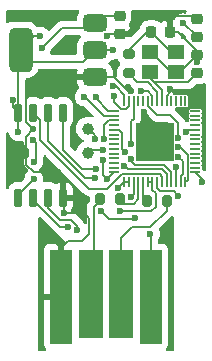
<source format=gbr>
%TF.GenerationSoftware,KiCad,Pcbnew,8.0.2-1*%
%TF.CreationDate,2024-05-28T17:37:14-06:00*%
%TF.ProjectId,magicreceiver,6d616769-6372-4656-9365-697665722e6b,rev?*%
%TF.SameCoordinates,Original*%
%TF.FileFunction,Copper,L1,Top*%
%TF.FilePolarity,Positive*%
%FSLAX46Y46*%
G04 Gerber Fmt 4.6, Leading zero omitted, Abs format (unit mm)*
G04 Created by KiCad (PCBNEW 8.0.2-1) date 2024-05-28 17:37:14*
%MOMM*%
%LPD*%
G01*
G04 APERTURE LIST*
G04 Aperture macros list*
%AMRoundRect*
0 Rectangle with rounded corners*
0 $1 Rounding radius*
0 $2 $3 $4 $5 $6 $7 $8 $9 X,Y pos of 4 corners*
0 Add a 4 corners polygon primitive as box body*
4,1,4,$2,$3,$4,$5,$6,$7,$8,$9,$2,$3,0*
0 Add four circle primitives for the rounded corners*
1,1,$1+$1,$2,$3*
1,1,$1+$1,$4,$5*
1,1,$1+$1,$6,$7*
1,1,$1+$1,$8,$9*
0 Add four rect primitives between the rounded corners*
20,1,$1+$1,$2,$3,$4,$5,0*
20,1,$1+$1,$4,$5,$6,$7,0*
20,1,$1+$1,$6,$7,$8,$9,0*
20,1,$1+$1,$8,$9,$2,$3,0*%
G04 Aperture macros list end*
%TA.AperFunction,SMDPad,CuDef*%
%ADD10RoundRect,0.200000X-0.275000X0.200000X-0.275000X-0.200000X0.275000X-0.200000X0.275000X0.200000X0*%
%TD*%
%TA.AperFunction,SMDPad,CuDef*%
%ADD11RoundRect,0.225000X-0.250000X0.225000X-0.250000X-0.225000X0.250000X-0.225000X0.250000X0.225000X0*%
%TD*%
%TA.AperFunction,SMDPad,CuDef*%
%ADD12RoundRect,0.150000X0.150000X-0.650000X0.150000X0.650000X-0.150000X0.650000X-0.150000X-0.650000X0*%
%TD*%
%TA.AperFunction,SMDPad,CuDef*%
%ADD13RoundRect,0.225000X0.250000X-0.225000X0.250000X0.225000X-0.250000X0.225000X-0.250000X-0.225000X0*%
%TD*%
%TA.AperFunction,SMDPad,CuDef*%
%ADD14RoundRect,0.225000X0.225000X0.250000X-0.225000X0.250000X-0.225000X-0.250000X0.225000X-0.250000X0*%
%TD*%
%TA.AperFunction,SMDPad,CuDef*%
%ADD15C,1.000000*%
%TD*%
%TA.AperFunction,SMDPad,CuDef*%
%ADD16RoundRect,0.050000X0.387500X0.050000X-0.387500X0.050000X-0.387500X-0.050000X0.387500X-0.050000X0*%
%TD*%
%TA.AperFunction,SMDPad,CuDef*%
%ADD17RoundRect,0.050000X0.050000X0.387500X-0.050000X0.387500X-0.050000X-0.387500X0.050000X-0.387500X0*%
%TD*%
%TA.AperFunction,HeatsinkPad*%
%ADD18R,3.200000X3.200000*%
%TD*%
%TA.AperFunction,SMDPad,CuDef*%
%ADD19RoundRect,0.375000X0.625000X0.375000X-0.625000X0.375000X-0.625000X-0.375000X0.625000X-0.375000X0*%
%TD*%
%TA.AperFunction,SMDPad,CuDef*%
%ADD20RoundRect,0.500000X0.500000X1.400000X-0.500000X1.400000X-0.500000X-1.400000X0.500000X-1.400000X0*%
%TD*%
%TA.AperFunction,SMDPad,CuDef*%
%ADD21RoundRect,0.200000X-0.200000X-0.275000X0.200000X-0.275000X0.200000X0.275000X-0.200000X0.275000X0*%
%TD*%
%TA.AperFunction,SMDPad,CuDef*%
%ADD22R,1.400000X1.200000*%
%TD*%
%TA.AperFunction,ConnectorPad*%
%ADD23R,1.900000X8.000000*%
%TD*%
%TA.AperFunction,ConnectorPad*%
%ADD24R,2.000000X7.500000*%
%TD*%
%TA.AperFunction,ViaPad*%
%ADD25C,0.600000*%
%TD*%
%TA.AperFunction,Conductor*%
%ADD26C,0.200000*%
%TD*%
G04 APERTURE END LIST*
D10*
%TO.P,R3,1*%
%TO.N,Net-(C2-Pad2)*%
X125524200Y-146940000D03*
%TO.P,R3,2*%
%TO.N,/XOUT*%
X125524200Y-148590000D03*
%TD*%
D11*
%TO.P,C17,1*%
%TO.N,VBUS*%
X124764800Y-143700200D03*
%TO.P,C17,2*%
%TO.N,GND*%
X124764800Y-145250200D03*
%TD*%
D12*
%TO.P,U2,1,~{CS}*%
%TO.N,/QSPI_SS*%
X116179600Y-159105600D03*
%TO.P,U2,2,DO(IO1)*%
%TO.N,/QSPI_SD1*%
X117449600Y-159105600D03*
%TO.P,U2,3,IO2*%
%TO.N,/QSPI_SD2*%
X118719600Y-159105600D03*
%TO.P,U2,4,GND*%
%TO.N,GND*%
X119989600Y-159105600D03*
%TO.P,U2,5,DI(IO0)*%
%TO.N,/QSPI_SD0*%
X119989600Y-151905600D03*
%TO.P,U2,6,CLK*%
%TO.N,/QSPI_SCLK*%
X118719600Y-151905600D03*
%TO.P,U2,7,IO3*%
%TO.N,/QSPI_SD3*%
X117449600Y-151905600D03*
%TO.P,U2,8,VCC*%
%TO.N,+3V3*%
X116179600Y-151905600D03*
%TD*%
D13*
%TO.P,C16,1*%
%TO.N,+3V3*%
X131318000Y-145504200D03*
%TO.P,C16,2*%
%TO.N,GND*%
X131318000Y-143954200D03*
%TD*%
D14*
%TO.P,C2,1*%
%TO.N,GND*%
X129004600Y-145084800D03*
%TO.P,C2,2*%
%TO.N,Net-(C2-Pad2)*%
X127454600Y-145084800D03*
%TD*%
D15*
%TO.P,TP4,1,1*%
%TO.N,/~{USB_BOOT}*%
X122072400Y-153263600D03*
%TD*%
D16*
%TO.P,U1,1,IOVDD*%
%TO.N,+3V3*%
X131176000Y-156972000D03*
%TO.P,U1,2,GPIO0*%
%TO.N,unconnected-(U1-GPIO0-Pad2)*%
X131176000Y-156572000D03*
%TO.P,U1,3,GPIO1*%
%TO.N,unconnected-(U1-GPIO1-Pad3)*%
X131176000Y-156172000D03*
%TO.P,U1,4,GPIO2*%
%TO.N,unconnected-(U1-GPIO2-Pad4)*%
X131176000Y-155772000D03*
%TO.P,U1,5,GPIO3*%
%TO.N,unconnected-(U1-GPIO3-Pad5)*%
X131176000Y-155372000D03*
%TO.P,U1,6,GPIO4*%
%TO.N,/I2C_SDA*%
X131176000Y-154972000D03*
%TO.P,U1,7,GPIO5*%
%TO.N,/I2C_SCL*%
X131176000Y-154572000D03*
%TO.P,U1,8,GPIO6*%
%TO.N,unconnected-(U1-GPIO6-Pad8)*%
X131176000Y-154172000D03*
%TO.P,U1,9,GPIO7*%
%TO.N,unconnected-(U1-GPIO7-Pad9)*%
X131176000Y-153772000D03*
%TO.P,U1,10,IOVDD*%
%TO.N,+3V3*%
X131176000Y-153372000D03*
%TO.P,U1,11,GPIO8*%
%TO.N,unconnected-(U1-GPIO8-Pad11)*%
X131176000Y-152972000D03*
%TO.P,U1,12,GPIO9*%
%TO.N,unconnected-(U1-GPIO9-Pad12)*%
X131176000Y-152572000D03*
%TO.P,U1,13,GPIO10*%
%TO.N,unconnected-(U1-GPIO10-Pad13)*%
X131176000Y-152172000D03*
%TO.P,U1,14,GPIO11*%
%TO.N,unconnected-(U1-GPIO11-Pad14)*%
X131176000Y-151772000D03*
D17*
%TO.P,U1,15,GPIO12*%
%TO.N,unconnected-(U1-GPIO12-Pad15)*%
X130338500Y-150934500D03*
%TO.P,U1,16,GPIO13*%
%TO.N,unconnected-(U1-GPIO13-Pad16)*%
X129938500Y-150934500D03*
%TO.P,U1,17,GPIO14*%
%TO.N,unconnected-(U1-GPIO14-Pad17)*%
X129538500Y-150934500D03*
%TO.P,U1,18,GPIO15*%
%TO.N,unconnected-(U1-GPIO15-Pad18)*%
X129138500Y-150934500D03*
%TO.P,U1,19,TESTEN*%
%TO.N,GND*%
X128738500Y-150934500D03*
%TO.P,U1,20,XIN*%
%TO.N,/XIN*%
X128338500Y-150934500D03*
%TO.P,U1,21,XOUT*%
%TO.N,/XOUT*%
X127938500Y-150934500D03*
%TO.P,U1,22,IOVDD*%
%TO.N,+3V3*%
X127538500Y-150934500D03*
%TO.P,U1,23,DVDD*%
%TO.N,+1V1*%
X127138500Y-150934500D03*
%TO.P,U1,24,SWCLK*%
%TO.N,/SWCLK*%
X126738500Y-150934500D03*
%TO.P,U1,25,SWD*%
%TO.N,/SWD*%
X126338500Y-150934500D03*
%TO.P,U1,26,RUN*%
%TO.N,/RUN*%
X125938500Y-150934500D03*
%TO.P,U1,27,GPIO16*%
%TO.N,/RF_MISO*%
X125538500Y-150934500D03*
%TO.P,U1,28,GPIO17*%
%TO.N,/RF_CE*%
X125138500Y-150934500D03*
D16*
%TO.P,U1,29,GPIO18*%
%TO.N,/RF_SCK*%
X124301000Y-151772000D03*
%TO.P,U1,30,GPIO19*%
%TO.N,/RF_MOSI*%
X124301000Y-152172000D03*
%TO.P,U1,31,GPIO20*%
%TO.N,/RF_CSN*%
X124301000Y-152572000D03*
%TO.P,U1,32,GPIO21*%
%TO.N,unconnected-(U1-GPIO21-Pad32)*%
X124301000Y-152972000D03*
%TO.P,U1,33,IOVDD*%
%TO.N,+3V3*%
X124301000Y-153372000D03*
%TO.P,U1,34,GPIO22*%
%TO.N,unconnected-(U1-GPIO22-Pad34)*%
X124301000Y-153772000D03*
%TO.P,U1,35,GPIO23*%
%TO.N,unconnected-(U1-GPIO23-Pad35)*%
X124301000Y-154172000D03*
%TO.P,U1,36,GPIO24*%
%TO.N,unconnected-(U1-GPIO24-Pad36)*%
X124301000Y-154572000D03*
%TO.P,U1,37,GPIO25*%
%TO.N,unconnected-(U1-GPIO25-Pad37)*%
X124301000Y-154972000D03*
%TO.P,U1,38,GPIO26_ADC0*%
%TO.N,unconnected-(U1-GPIO26_ADC0-Pad38)*%
X124301000Y-155372000D03*
%TO.P,U1,39,GPIO27_ADC1*%
%TO.N,unconnected-(U1-GPIO27_ADC1-Pad39)*%
X124301000Y-155772000D03*
%TO.P,U1,40,GPIO28_ADC2*%
%TO.N,unconnected-(U1-GPIO28_ADC2-Pad40)*%
X124301000Y-156172000D03*
%TO.P,U1,41,GPIO29_ADC3*%
%TO.N,unconnected-(U1-GPIO29_ADC3-Pad41)*%
X124301000Y-156572000D03*
%TO.P,U1,42,IOVDD*%
%TO.N,+3V3*%
X124301000Y-156972000D03*
D17*
%TO.P,U1,43,ADC_AVDD*%
X125138500Y-157809500D03*
%TO.P,U1,44,VREG_IN*%
X125538500Y-157809500D03*
%TO.P,U1,45,VREG_VOUT*%
%TO.N,+1V1*%
X125938500Y-157809500D03*
%TO.P,U1,46,USB_DM*%
%TO.N,Net-(U1-USB_DM)*%
X126338500Y-157809500D03*
%TO.P,U1,47,USB_DP*%
%TO.N,Net-(U1-USB_DP)*%
X126738500Y-157809500D03*
%TO.P,U1,48,USB_VDD*%
%TO.N,+3V3*%
X127138500Y-157809500D03*
%TO.P,U1,49,IOVDD*%
X127538500Y-157809500D03*
%TO.P,U1,50,DVDD*%
%TO.N,+1V1*%
X127938500Y-157809500D03*
%TO.P,U1,51,QSPI_SD3*%
%TO.N,/QSPI_SD3*%
X128338500Y-157809500D03*
%TO.P,U1,52,QSPI_SCLK*%
%TO.N,/QSPI_SCLK*%
X128738500Y-157809500D03*
%TO.P,U1,53,QSPI_SD0*%
%TO.N,/QSPI_SD0*%
X129138500Y-157809500D03*
%TO.P,U1,54,QSPI_SD2*%
%TO.N,/QSPI_SD2*%
X129538500Y-157809500D03*
%TO.P,U1,55,QSPI_SD1*%
%TO.N,/QSPI_SD1*%
X129938500Y-157809500D03*
%TO.P,U1,56,QSPI_SS*%
%TO.N,/QSPI_SS*%
X130338500Y-157809500D03*
D18*
%TO.P,U1,57,GND*%
%TO.N,GND*%
X127738500Y-154372000D03*
%TD*%
D15*
%TO.P,TP3,1,1*%
%TO.N,/RUN*%
X122072400Y-155346400D03*
%TD*%
D19*
%TO.P,U3,1,GND*%
%TO.N,GND*%
X122682400Y-148896700D03*
%TO.P,U3,2,VO*%
%TO.N,+3V3*%
X122682400Y-146596700D03*
D20*
X116382400Y-146596700D03*
D19*
%TO.P,U3,3,VI*%
%TO.N,VBUS*%
X122682400Y-144296700D03*
%TD*%
D21*
%TO.P,R1,1*%
%TO.N,Net-(U1-USB_DP)*%
X127101600Y-159359600D03*
%TO.P,R1,2*%
%TO.N,/USB_D+*%
X128751600Y-159359600D03*
%TD*%
%TO.P,R2,1*%
%TO.N,/USB_D-*%
X123140200Y-159258000D03*
%TO.P,R2,2*%
%TO.N,Net-(U1-USB_DM)*%
X124790200Y-159258000D03*
%TD*%
D22*
%TO.P,Y1,1,1*%
%TO.N,Net-(C2-Pad2)*%
X129527600Y-146735800D03*
%TO.P,Y1,2,2*%
%TO.N,GND*%
X127327600Y-146735800D03*
%TO.P,Y1,3,3*%
%TO.N,/XIN*%
X127327600Y-148435800D03*
%TO.P,Y1,4,4*%
%TO.N,GND*%
X129527600Y-148435800D03*
%TD*%
D11*
%TO.P,C1,1*%
%TO.N,GND*%
X131315400Y-147002200D03*
%TO.P,C1,2*%
%TO.N,/XIN*%
X131315400Y-148552200D03*
%TD*%
D23*
%TO.P,J3,1,VBUS*%
%TO.N,VBUS*%
X127421400Y-167513000D03*
D24*
%TO.P,J3,2,D-*%
%TO.N,/USB_D+*%
X124911400Y-167263000D03*
%TO.P,J3,3,D+*%
%TO.N,/USB_D-*%
X122311400Y-167263000D03*
D23*
%TO.P,J3,4,GND*%
%TO.N,GND*%
X119801400Y-167513000D03*
%TD*%
D25*
%TO.N,GND*%
X128727200Y-161899600D03*
X120015000Y-160379000D03*
X118414800Y-144322800D03*
X117713200Y-149504400D03*
X117459200Y-153314400D03*
X116869262Y-155472973D03*
X119505565Y-156952272D03*
X123714388Y-145446699D03*
X118821200Y-162407600D03*
X126786400Y-151892000D03*
X129032000Y-149935800D03*
X125695015Y-150109478D03*
X119735600Y-148640800D03*
X120243600Y-146151600D03*
X131290509Y-147602200D03*
%TO.N,+1V1*%
X129738502Y-154038397D03*
X129730200Y-158953200D03*
X125690200Y-159051800D03*
%TO.N,+3V3*%
X126532678Y-150119825D03*
X116197465Y-153535465D03*
X123393367Y-155914800D03*
X130167465Y-144313200D03*
X118059200Y-145440400D03*
X115711600Y-150876000D03*
X131761200Y-157784800D03*
X124764800Y-160233000D03*
X124664427Y-158283000D03*
X130357838Y-153532010D03*
X123692055Y-157524855D03*
X124206000Y-146608800D03*
X125222000Y-155210000D03*
%TO.N,VBUS*%
X127355600Y-162194800D03*
X118160800Y-146466000D03*
%TO.N,/RUN*%
X123367551Y-155092087D03*
X125738501Y-154599073D03*
%TO.N,/~{USB_BOOT}*%
X122643997Y-154143602D03*
X117432035Y-154246365D03*
X117472244Y-156075956D03*
%TO.N,/RF_CE*%
X124199992Y-149692283D03*
%TO.N,/RF_SCK*%
X122722127Y-150616000D03*
%TO.N,/RF_MOSI*%
X121764290Y-150570044D03*
%TO.N,/RF_CSN*%
X123444000Y-154143602D03*
%TO.N,/RF_MISO*%
X124316772Y-150483716D03*
%TO.N,/QSPI_SS*%
X126080129Y-160868529D03*
X129738502Y-154838400D03*
X117500400Y-157530800D03*
X123180400Y-160233000D03*
%TO.N,/QSPI_SD1*%
X129738502Y-155638403D03*
X120390527Y-161579000D03*
%TO.N,/QSPI_SD2*%
X129518677Y-156503577D03*
X121157173Y-161807600D03*
%TO.N,/QSPI_SCLK*%
X125171200Y-156410000D03*
X122641000Y-157452318D03*
%TO.N,/QSPI_SD0*%
X125738498Y-155845933D03*
X122732800Y-156657600D03*
%TD*%
D26*
%TO.N,GND*%
X117478559Y-156930800D02*
X116869262Y-156321503D01*
X116849600Y-150764800D02*
X116849600Y-152746152D01*
X124764800Y-145250200D02*
X125310600Y-145250200D01*
X131290509Y-147602200D02*
X131290509Y-147027091D01*
X119801400Y-163408600D02*
X120396000Y-162814000D01*
X129127600Y-148435800D02*
X129527600Y-148435800D01*
X128320800Y-143713200D02*
X131077000Y-143713200D01*
X129004600Y-144397000D02*
X128320800Y-143713200D01*
X121644000Y-160379000D02*
X120015000Y-160379000D01*
X124258700Y-148896700D02*
X122682400Y-148896700D01*
X119801400Y-167513000D02*
X119801400Y-163387800D01*
X122139000Y-160874000D02*
X121644000Y-160379000D01*
X129527600Y-148435800D02*
X129881800Y-148435800D01*
X116849600Y-152746152D02*
X117417848Y-153314400D01*
X119991500Y-148896700D02*
X119735600Y-148640800D01*
X127738500Y-152844100D02*
X126786400Y-151892000D01*
X120015000Y-159131000D02*
X119989600Y-159105600D01*
X125471478Y-150109478D02*
X124258700Y-148896700D01*
X126847600Y-143713200D02*
X128320800Y-143713200D01*
X119801400Y-167513000D02*
X119801400Y-163408600D01*
X120015000Y-160379000D02*
X120015000Y-159131000D01*
X131315400Y-146725296D02*
X131315400Y-147002200D01*
X129032000Y-149935800D02*
X129032000Y-150203500D01*
X129004600Y-145084800D02*
X129004600Y-144397000D01*
X122139000Y-162214000D02*
X122139000Y-160874000D01*
X129032000Y-150203500D02*
X128738500Y-150497000D01*
X119989600Y-159105600D02*
X119989600Y-157454600D01*
X124764800Y-145250200D02*
X123910887Y-145250200D01*
X121539000Y-162814000D02*
X122139000Y-162214000D01*
X125310600Y-145250200D02*
X126847600Y-143713200D01*
X120396000Y-162814000D02*
X121539000Y-162814000D01*
X116869262Y-155472973D02*
X116832035Y-155435746D01*
X129881800Y-148435800D02*
X131315400Y-147002200D01*
X122682400Y-148896700D02*
X119991500Y-148896700D01*
X127327600Y-146735800D02*
X127427600Y-146735800D01*
X131077000Y-143713200D02*
X131318000Y-143954200D01*
X128738500Y-150497000D02*
X128738500Y-150934500D01*
X117713200Y-149504400D02*
X117713200Y-149901200D01*
X119989600Y-157454600D02*
X119465800Y-156930800D01*
X116832035Y-153941565D02*
X117459200Y-153314400D01*
X131290509Y-147027091D02*
X131315400Y-147002200D01*
X129674904Y-145084800D02*
X131315400Y-146725296D01*
X127738500Y-154372000D02*
X127738500Y-152844100D01*
X123910887Y-145250200D02*
X123714388Y-145446699D01*
X117713200Y-149901200D02*
X116849600Y-150764800D01*
X116832035Y-155435746D02*
X116832035Y-153941565D01*
X117417848Y-153314400D02*
X117459200Y-153314400D01*
X129004600Y-145084800D02*
X129674904Y-145084800D01*
X116869262Y-156321503D02*
X116869262Y-155472973D01*
X127427600Y-146735800D02*
X129127600Y-148435800D01*
X125695015Y-150109478D02*
X125471478Y-150109478D01*
X119465800Y-156930800D02*
X117478559Y-156930800D01*
X119801400Y-163387800D02*
X118821200Y-162407600D01*
%TO.N,/XIN*%
X127327600Y-148961514D02*
X127327600Y-148435800D01*
X128338500Y-149972414D02*
X127327600Y-148961514D01*
X128338500Y-150934500D02*
X128338500Y-149972414D01*
X131315400Y-148552200D02*
X130531800Y-149335800D01*
X127701886Y-149335800D02*
X127327600Y-148961514D01*
X130531800Y-149335800D02*
X127701886Y-149335800D01*
%TO.N,Net-(C2-Pad2)*%
X129105600Y-146735800D02*
X129527600Y-146735800D01*
X127050800Y-145084800D02*
X127454600Y-145084800D01*
X125524200Y-146940000D02*
X125524200Y-146611400D01*
X125524200Y-146611400D02*
X127050800Y-145084800D01*
X127454600Y-145084800D02*
X129105600Y-146735800D01*
%TO.N,+1V1*%
X129038400Y-152101600D02*
X127920800Y-152101600D01*
X127938500Y-158316900D02*
X128168400Y-158546800D01*
X129323800Y-158546800D02*
X129730200Y-158953200D01*
X129738502Y-152801702D02*
X129038400Y-152101600D01*
X127938500Y-157809500D02*
X127938500Y-158316900D01*
X127920800Y-152101600D02*
X127391200Y-151572000D01*
X127138500Y-151326940D02*
X127138500Y-150934500D01*
X125690200Y-159051800D02*
X125938500Y-158803500D01*
X129738502Y-154038397D02*
X129738502Y-152801702D01*
X125938500Y-158803500D02*
X125938500Y-157809500D01*
X127383560Y-151572000D02*
X127138500Y-151326940D01*
X127391200Y-151572000D02*
X127383560Y-151572000D01*
X128168400Y-158546800D02*
X129323800Y-158546800D01*
%TO.N,+3V3*%
X117382400Y-147596700D02*
X121682400Y-147596700D01*
X124693440Y-153372000D02*
X124301000Y-153372000D01*
X127406400Y-157809500D02*
X127538500Y-157809500D01*
X124664427Y-158283000D02*
X124665000Y-158283000D01*
X127812800Y-158756886D02*
X127538500Y-158482586D01*
X115711600Y-151437600D02*
X116179600Y-151905600D01*
X127138500Y-157809500D02*
X127406400Y-157809500D01*
X122694500Y-146608800D02*
X122682400Y-146596700D01*
X127538500Y-158482586D02*
X127538500Y-157809500D01*
X130357838Y-153532010D02*
X130517848Y-153372000D01*
X116179600Y-151905600D02*
X116179600Y-147268800D01*
X127538500Y-150934500D02*
X127538500Y-150497000D01*
X127812800Y-159867600D02*
X127812800Y-158756886D01*
X127161325Y-150119825D02*
X126532678Y-150119825D01*
X125222000Y-155210000D02*
X124968000Y-154956000D01*
X124206000Y-146608800D02*
X122694500Y-146608800D01*
X131318000Y-145504200D02*
X131318000Y-145463735D01*
X131761200Y-157784800D02*
X131761200Y-157557200D01*
X124665000Y-158283000D02*
X125138500Y-157809500D01*
X116197465Y-153535465D02*
X116179600Y-153517600D01*
X123692055Y-157524855D02*
X124244910Y-156972000D01*
X125538500Y-157809500D02*
X125138500Y-157809500D01*
X116179600Y-153517600D02*
X116179600Y-151905600D01*
X121682400Y-147596700D02*
X122682400Y-146596700D01*
X116382400Y-146596700D02*
X117538700Y-145440400D01*
X131318000Y-145463735D02*
X130167465Y-144313200D01*
X123393367Y-155914800D02*
X123393367Y-157226167D01*
X131761200Y-157557200D02*
X131176000Y-156972000D01*
X124774600Y-160223200D02*
X127457200Y-160223200D01*
X115711600Y-150876000D02*
X115711600Y-151437600D01*
X127538500Y-150497000D02*
X127161325Y-150119825D01*
X124968000Y-153646560D02*
X124693440Y-153372000D01*
X122682400Y-147066000D02*
X122682400Y-146913200D01*
X124764800Y-160233000D02*
X124774600Y-160223200D01*
X124968000Y-154956000D02*
X124968000Y-153646560D01*
X116382400Y-146596700D02*
X117382400Y-147596700D01*
X117538700Y-145440400D02*
X118059200Y-145440400D01*
X130517848Y-153372000D02*
X131176000Y-153372000D01*
X127457200Y-160223200D02*
X127812800Y-159867600D01*
X124244910Y-156972000D02*
X124301000Y-156972000D01*
X116179600Y-147268800D02*
X116382400Y-147066000D01*
X123393367Y-157226167D02*
X123692055Y-157524855D01*
%TO.N,VBUS*%
X123278900Y-143700200D02*
X122682400Y-144296700D01*
X119860800Y-144766000D02*
X118160800Y-146466000D01*
X123100200Y-144348200D02*
X122682400Y-144766000D01*
X127421400Y-162260600D02*
X127421400Y-167513000D01*
X127355600Y-162194800D02*
X127421400Y-162260600D01*
X122682400Y-144766000D02*
X119860800Y-144766000D01*
X124764800Y-143700200D02*
X123278900Y-143700200D01*
%TO.N,/USB_D-*%
X123140200Y-159359600D02*
X122580400Y-159919400D01*
X122580400Y-166994000D02*
X122311400Y-167263000D01*
X122580400Y-159919400D02*
X122580400Y-166994000D01*
%TO.N,/RUN*%
X125738501Y-154599073D02*
X125730000Y-154590572D01*
X125730000Y-154590572D02*
X125730000Y-152654000D01*
X123367551Y-155092087D02*
X122326713Y-155092087D01*
X125938500Y-152445500D02*
X125938500Y-150934500D01*
X125730000Y-152654000D02*
X125938500Y-152445500D01*
X122072400Y-155346400D02*
X122174000Y-155346400D01*
X122326713Y-155092087D02*
X122072400Y-155346400D01*
%TO.N,/USB_D+*%
X124911400Y-162515000D02*
X124911400Y-167263000D01*
X125831600Y-161594800D02*
X124911400Y-162515000D01*
X128751600Y-159359600D02*
X128751600Y-160213871D01*
X128751600Y-160213871D02*
X127370671Y-161594800D01*
X127370671Y-161594800D02*
X125831600Y-161594800D01*
%TO.N,/~{USB_BOOT}*%
X117472244Y-156075956D02*
X117701535Y-155846665D01*
X117701535Y-154515865D02*
X117432035Y-154246365D01*
X122643997Y-154143602D02*
X122643997Y-153835197D01*
X117701535Y-155846665D02*
X117701535Y-154515865D01*
X122643997Y-153835197D02*
X122072400Y-153263600D01*
%TO.N,/RF_CE*%
X124419283Y-149692283D02*
X125138500Y-150411500D01*
X124199992Y-149692283D02*
X124419283Y-149692283D01*
X125138500Y-150411500D02*
X125138500Y-150934500D01*
%TO.N,/RF_SCK*%
X123791600Y-151772000D02*
X124301000Y-151772000D01*
X122722127Y-150702527D02*
X123791600Y-151772000D01*
X122722127Y-150616000D02*
X122722127Y-150702527D01*
%TO.N,/RF_MOSI*%
X123429600Y-152172000D02*
X124301000Y-152172000D01*
X121827644Y-150570044D02*
X123429600Y-152172000D01*
X121764290Y-150570044D02*
X121827644Y-150570044D01*
%TO.N,/RF_CSN*%
X123863500Y-152572000D02*
X124301000Y-152572000D01*
X123444000Y-154143602D02*
X123444000Y-152991500D01*
X123444000Y-152991500D02*
X123863500Y-152572000D01*
%TO.N,/RF_MISO*%
X125538500Y-151372300D02*
X125538500Y-150934500D01*
X125338800Y-151572000D02*
X125538500Y-151372300D01*
X124307600Y-150492888D02*
X124307600Y-150977600D01*
X124307600Y-150977600D02*
X124902000Y-151572000D01*
X124316772Y-150483716D02*
X124307600Y-150492888D01*
X124902000Y-151572000D02*
X125338800Y-151572000D01*
%TO.N,Net-(U1-USB_DP)*%
X127101600Y-159359600D02*
X126738500Y-158996500D01*
X126738500Y-158996500D02*
X126738500Y-157809500D01*
%TO.N,Net-(U1-USB_DM)*%
X126338500Y-157809500D02*
X126338500Y-159252029D01*
X125938729Y-159651800D02*
X125082400Y-159651800D01*
X125082400Y-159651800D02*
X124790200Y-159359600D01*
X126338500Y-159252029D02*
X125938729Y-159651800D01*
%TO.N,/XOUT*%
X127938500Y-150138100D02*
X127938500Y-150934500D01*
X127136200Y-149335800D02*
X127938500Y-150138100D01*
X126270000Y-149335800D02*
X127136200Y-149335800D01*
X125524200Y-148590000D02*
X126270000Y-149335800D01*
%TO.N,/QSPI_SS*%
X117500400Y-157530800D02*
X116179600Y-158851600D01*
X129873131Y-154838400D02*
X130530600Y-155495869D01*
X130530600Y-155495869D02*
X130530600Y-157617400D01*
X126065058Y-160883600D02*
X123831000Y-160883600D01*
X123831000Y-160883600D02*
X123180400Y-160233000D01*
X126080129Y-160868529D02*
X126065058Y-160883600D01*
X116179600Y-158851600D02*
X116179600Y-159105600D01*
X130530600Y-157617400D02*
X130338500Y-157809500D01*
X129738502Y-154838400D02*
X129873131Y-154838400D01*
%TO.N,/QSPI_SD1*%
X119752448Y-161579000D02*
X117449600Y-159276152D01*
X120390527Y-161579000D02*
X119752448Y-161579000D01*
X117449600Y-159276152D02*
X117449600Y-159105600D01*
X130130600Y-156030501D02*
X130130600Y-157092600D01*
X130130600Y-157092600D02*
X129938500Y-157284700D01*
X129738502Y-155638403D02*
X130130600Y-156030501D01*
X129938500Y-157284700D02*
X129938500Y-157809500D01*
%TO.N,/QSPI_SD2*%
X120639056Y-160979000D02*
X119718134Y-160979000D01*
X121157173Y-161497117D02*
X120639056Y-160979000D01*
X121157173Y-161807600D02*
X121157173Y-161497117D01*
X129518677Y-156503577D02*
X129538500Y-156523400D01*
X118719600Y-159980466D02*
X118719600Y-159105600D01*
X129538500Y-156523400D02*
X129538500Y-157809500D01*
X119718134Y-160979000D02*
X118719600Y-159980466D01*
%TO.N,/QSPI_SCLK*%
X121834632Y-157452318D02*
X118719600Y-154337286D01*
X122641000Y-157452318D02*
X121834632Y-157452318D01*
X118719600Y-154337286D02*
X118719600Y-151905600D01*
X128662742Y-157061857D02*
X128657772Y-157061857D01*
X128738500Y-157809500D02*
X128738500Y-157137615D01*
X128320315Y-156724400D02*
X125485600Y-156724400D01*
X128738500Y-157137615D02*
X128662742Y-157061857D01*
X125485600Y-156724400D02*
X125171200Y-156410000D01*
X128657772Y-157061857D02*
X128320315Y-156724400D01*
%TO.N,/QSPI_SD3*%
X128143000Y-157124400D02*
X124941040Y-157124400D01*
X123721840Y-158343600D02*
X122160228Y-158343600D01*
X128338500Y-157319900D02*
X128143000Y-157124400D01*
X118059200Y-152515200D02*
X117449600Y-151905600D01*
X128338500Y-157809500D02*
X128338500Y-157319900D01*
X124941040Y-157124400D02*
X123721840Y-158343600D01*
X118059200Y-154242572D02*
X118059200Y-152515200D01*
X122160228Y-158343600D02*
X118059200Y-154242572D01*
%TO.N,/QSPI_SD0*%
X129138500Y-156971929D02*
X128490971Y-156324400D01*
X125738498Y-155971998D02*
X126090900Y-156324400D01*
X121605600Y-156657600D02*
X119989600Y-155041600D01*
X122732800Y-156657600D02*
X121605600Y-156657600D01*
X125738498Y-155845933D02*
X125738498Y-155971998D01*
X119989600Y-155041600D02*
X119989600Y-151905600D01*
X126090900Y-156324400D02*
X128486001Y-156324400D01*
X129138500Y-157809500D02*
X129138500Y-156971929D01*
%TD*%
%TA.AperFunction,Conductor*%
%TO.N,GND*%
G36*
X118086803Y-160763036D02*
G01*
X118093281Y-160769068D01*
X119267587Y-161943374D01*
X119267608Y-161943397D01*
X119383727Y-162059516D01*
X119390176Y-162064464D01*
X119389701Y-162065083D01*
X119404238Y-162076238D01*
X120129319Y-162801319D01*
X120162804Y-162862642D01*
X120157820Y-162932334D01*
X120115948Y-162988267D01*
X120052448Y-163011951D01*
X120051400Y-163013000D01*
X120051400Y-167639000D01*
X120031715Y-167706039D01*
X119978911Y-167751794D01*
X119927400Y-167763000D01*
X118351400Y-167763000D01*
X118351400Y-171560844D01*
X118357801Y-171620372D01*
X118357803Y-171620379D01*
X118408045Y-171755086D01*
X118408049Y-171755093D01*
X118494209Y-171870187D01*
X118518984Y-171888734D01*
X118560854Y-171944668D01*
X118565838Y-172014360D01*
X118532352Y-172075682D01*
X118471028Y-172109167D01*
X118444672Y-172112000D01*
X118005600Y-172112000D01*
X117938561Y-172092315D01*
X117892806Y-172039511D01*
X117881600Y-171988000D01*
X117881600Y-163465155D01*
X118351400Y-163465155D01*
X118351400Y-167263000D01*
X119551400Y-167263000D01*
X119551400Y-163013000D01*
X118803555Y-163013000D01*
X118744027Y-163019401D01*
X118744020Y-163019403D01*
X118609313Y-163069645D01*
X118609306Y-163069649D01*
X118494212Y-163155809D01*
X118494209Y-163155812D01*
X118408049Y-163270906D01*
X118408045Y-163270913D01*
X118357803Y-163405620D01*
X118357801Y-163405627D01*
X118351400Y-163465155D01*
X117881600Y-163465155D01*
X117881600Y-160856749D01*
X117901285Y-160789710D01*
X117954089Y-160743955D01*
X118023247Y-160734011D01*
X118086803Y-160763036D01*
G37*
%TD.AperFunction*%
%TA.AperFunction,Conductor*%
G36*
X129260534Y-160656686D02*
G01*
X129316467Y-160698558D01*
X129340884Y-160764022D01*
X129341200Y-160772868D01*
X129341200Y-171988000D01*
X129321515Y-172055039D01*
X129268711Y-172100794D01*
X129217200Y-172112000D01*
X128778962Y-172112000D01*
X128711923Y-172092315D01*
X128666168Y-172039511D01*
X128656224Y-171970353D01*
X128685249Y-171906797D01*
X128704650Y-171888734D01*
X128704720Y-171888681D01*
X128728946Y-171870546D01*
X128815196Y-171755331D01*
X128865491Y-171620483D01*
X128871900Y-171560873D01*
X128871899Y-163465128D01*
X128865491Y-163405517D01*
X128815284Y-163270906D01*
X128815197Y-163270671D01*
X128815193Y-163270664D01*
X128728947Y-163155455D01*
X128728944Y-163155452D01*
X128613735Y-163069206D01*
X128613728Y-163069202D01*
X128478882Y-163018908D01*
X128478883Y-163018908D01*
X128419283Y-163012501D01*
X128419281Y-163012500D01*
X128419273Y-163012500D01*
X128419265Y-163012500D01*
X128145900Y-163012500D01*
X128078861Y-162992815D01*
X128033106Y-162940011D01*
X128021900Y-162888500D01*
X128021900Y-162674722D01*
X128040907Y-162608749D01*
X128081388Y-162544324D01*
X128081389Y-162544321D01*
X128140968Y-162374055D01*
X128151203Y-162283215D01*
X128161165Y-162194803D01*
X128161165Y-162194796D01*
X128140969Y-162015550D01*
X128140968Y-162015545D01*
X128079089Y-161838705D01*
X128081348Y-161837914D01*
X128071819Y-161780033D01*
X128099543Y-161715899D01*
X128107198Y-161707506D01*
X129129520Y-160685186D01*
X129190842Y-160651702D01*
X129260534Y-160656686D01*
G37*
%TD.AperFunction*%
%TA.AperFunction,Conductor*%
G36*
X118507238Y-155540291D02*
G01*
X118513716Y-155546323D01*
X121675367Y-158707974D01*
X121675377Y-158707985D01*
X121679707Y-158712315D01*
X121679708Y-158712316D01*
X121791512Y-158824120D01*
X121791514Y-158824121D01*
X121791518Y-158824124D01*
X121846037Y-158855600D01*
X121928444Y-158903177D01*
X122015054Y-158926384D01*
X122081170Y-158944100D01*
X122081171Y-158944100D01*
X122115700Y-158944100D01*
X122182739Y-158963785D01*
X122228494Y-159016589D01*
X122239700Y-159068100D01*
X122239700Y-159359502D01*
X122220015Y-159426541D01*
X122203381Y-159447183D01*
X122099881Y-159550682D01*
X122099879Y-159550684D01*
X122081214Y-159583015D01*
X122064624Y-159611750D01*
X122020823Y-159687615D01*
X121979899Y-159840343D01*
X121979899Y-159840345D01*
X121979899Y-160008446D01*
X121979900Y-160008459D01*
X121979900Y-161198887D01*
X121960215Y-161265926D01*
X121907411Y-161311681D01*
X121838253Y-161321625D01*
X121774697Y-161292600D01*
X121768219Y-161286568D01*
X121686994Y-161205343D01*
X121667287Y-161179661D01*
X121646970Y-161144470D01*
X121646970Y-161144469D01*
X121646968Y-161144467D01*
X121637693Y-161128401D01*
X121637691Y-161128399D01*
X121637690Y-161128397D01*
X121521570Y-161012277D01*
X121521547Y-161012256D01*
X121126646Y-160617355D01*
X121126644Y-160617352D01*
X121007773Y-160498481D01*
X121007765Y-160498475D01*
X120896088Y-160433999D01*
X120896087Y-160433998D01*
X120896087Y-160433999D01*
X120870841Y-160419423D01*
X120718106Y-160378497D01*
X120718054Y-160378491D01*
X120718013Y-160378472D01*
X120710262Y-160376396D01*
X120710586Y-160375186D01*
X120654160Y-160350220D01*
X120615693Y-160291893D01*
X120614866Y-160222028D01*
X120646569Y-160167869D01*
X120657282Y-160157155D01*
X120657285Y-160157152D01*
X120740882Y-160015796D01*
X120740883Y-160015793D01*
X120786699Y-159858095D01*
X120786700Y-159858089D01*
X120789599Y-159821249D01*
X120789600Y-159821234D01*
X120789600Y-159355600D01*
X119863600Y-159355600D01*
X119796561Y-159335915D01*
X119750806Y-159283111D01*
X119739600Y-159231600D01*
X119739600Y-158855600D01*
X120239600Y-158855600D01*
X120789600Y-158855600D01*
X120789600Y-158389965D01*
X120789599Y-158389950D01*
X120786700Y-158353110D01*
X120786699Y-158353104D01*
X120740883Y-158195406D01*
X120740882Y-158195403D01*
X120657285Y-158054047D01*
X120657278Y-158054038D01*
X120541161Y-157937921D01*
X120541152Y-157937914D01*
X120399796Y-157854317D01*
X120399793Y-157854316D01*
X120242094Y-157808500D01*
X120242097Y-157808500D01*
X120239600Y-157808303D01*
X120239600Y-158855600D01*
X119739600Y-158855600D01*
X119739600Y-157808303D01*
X119737103Y-157808500D01*
X119579406Y-157854316D01*
X119579403Y-157854317D01*
X119438049Y-157937913D01*
X119431883Y-157942697D01*
X119429989Y-157940255D01*
X119381180Y-157966839D01*
X119311494Y-157961779D01*
X119278827Y-157940759D01*
X119277631Y-157942302D01*
X119271462Y-157937517D01*
X119174750Y-157880322D01*
X119129998Y-157853856D01*
X119129997Y-157853855D01*
X119129996Y-157853855D01*
X119129993Y-157853854D01*
X118972173Y-157808002D01*
X118972167Y-157808001D01*
X118935301Y-157805100D01*
X118935294Y-157805100D01*
X118503906Y-157805100D01*
X118503898Y-157805100D01*
X118467032Y-157808001D01*
X118467029Y-157808002D01*
X118446866Y-157813860D01*
X118376997Y-157813659D01*
X118318327Y-157775716D01*
X118289485Y-157712077D01*
X118289053Y-157680899D01*
X118305965Y-157530802D01*
X118305965Y-157530796D01*
X118285769Y-157351550D01*
X118285768Y-157351545D01*
X118226188Y-157181276D01*
X118186982Y-157118880D01*
X118130216Y-157028538D01*
X118002662Y-156900984D01*
X118002660Y-156900982D01*
X117997143Y-156897516D01*
X117950853Y-156845181D01*
X117940205Y-156776128D01*
X117968580Y-156712280D01*
X117975411Y-156704866D01*
X118102060Y-156578218D01*
X118198033Y-156425478D01*
X118257612Y-156255211D01*
X118274291Y-156107180D01*
X118277809Y-156075959D01*
X118277809Y-156075955D01*
X118276381Y-156063282D01*
X118275691Y-156057158D01*
X118279136Y-156011181D01*
X118289042Y-155974214D01*
X118296360Y-155946901D01*
X118302035Y-155925723D01*
X118302035Y-155767608D01*
X118302035Y-155634004D01*
X118321720Y-155566965D01*
X118374524Y-155521210D01*
X118443682Y-155511266D01*
X118507238Y-155540291D01*
G37*
%TD.AperFunction*%
%TA.AperFunction,Conductor*%
G36*
X115367303Y-153610248D02*
G01*
X115405077Y-153669026D01*
X115409320Y-153690078D01*
X115412095Y-153714714D01*
X115412096Y-153714719D01*
X115471676Y-153884988D01*
X115500276Y-153930504D01*
X115567649Y-154037727D01*
X115695203Y-154165281D01*
X115778541Y-154217646D01*
X115829314Y-154249549D01*
X115847943Y-154261254D01*
X116005696Y-154316454D01*
X116018210Y-154320833D01*
X116018215Y-154320834D01*
X116197461Y-154341030D01*
X116197465Y-154341030D01*
X116197469Y-154341030D01*
X116376714Y-154320834D01*
X116376716Y-154320833D01*
X116376720Y-154320833D01*
X116376723Y-154320831D01*
X116376727Y-154320831D01*
X116478302Y-154285288D01*
X116548080Y-154281725D01*
X116608708Y-154316454D01*
X116640935Y-154378447D01*
X116642477Y-154388443D01*
X116646666Y-154425616D01*
X116646666Y-154425619D01*
X116706246Y-154595888D01*
X116797743Y-154741503D01*
X116802219Y-154748627D01*
X116929773Y-154876181D01*
X117043008Y-154947331D01*
X117089298Y-154999665D01*
X117101035Y-155052324D01*
X117101035Y-155295260D01*
X117081350Y-155362299D01*
X117043008Y-155400253D01*
X116969985Y-155446137D01*
X116969983Y-155446138D01*
X116842428Y-155573693D01*
X116746455Y-155726432D01*
X116686875Y-155896701D01*
X116686874Y-155896706D01*
X116666679Y-156075952D01*
X116666679Y-156075959D01*
X116686874Y-156255205D01*
X116686875Y-156255210D01*
X116746455Y-156425479D01*
X116797790Y-156507177D01*
X116842428Y-156578218D01*
X116969982Y-156705772D01*
X116975497Y-156709237D01*
X117021789Y-156761571D01*
X117032439Y-156830624D01*
X117004065Y-156894473D01*
X116997209Y-156901913D01*
X116870583Y-157028539D01*
X116774610Y-157181278D01*
X116715030Y-157351550D01*
X116705237Y-157438468D01*
X116678170Y-157502882D01*
X116669698Y-157512265D01*
X116413182Y-157768782D01*
X116351862Y-157802266D01*
X116325503Y-157805100D01*
X115963898Y-157805100D01*
X115927032Y-157808001D01*
X115927026Y-157808002D01*
X115769206Y-157853854D01*
X115769203Y-157853855D01*
X115627737Y-157937517D01*
X115627729Y-157937523D01*
X115511523Y-158053729D01*
X115511517Y-158053737D01*
X115427855Y-158195203D01*
X115427853Y-158195206D01*
X115405176Y-158273264D01*
X115367570Y-158332150D01*
X115304097Y-158361356D01*
X115234911Y-158351610D01*
X115181976Y-158306006D01*
X115162101Y-158239023D01*
X115162100Y-158238669D01*
X115162100Y-153703961D01*
X115181785Y-153636922D01*
X115234589Y-153591167D01*
X115303747Y-153581223D01*
X115367303Y-153610248D01*
G37*
%TD.AperFunction*%
%TA.AperFunction,Conductor*%
G36*
X132005643Y-149443211D02*
G01*
X132050421Y-149496846D01*
X132060700Y-149546279D01*
X132060700Y-156708102D01*
X132041015Y-156775141D01*
X131988211Y-156820896D01*
X131919053Y-156830840D01*
X131855497Y-156801815D01*
X131849019Y-156795783D01*
X131750319Y-156697083D01*
X131716834Y-156635760D01*
X131714000Y-156609402D01*
X131714000Y-156507177D01*
X131705268Y-156463282D01*
X131705267Y-156463278D01*
X131690307Y-156440889D01*
X131669430Y-156374214D01*
X131687914Y-156306833D01*
X131690292Y-156303132D01*
X131705267Y-156280722D01*
X131714000Y-156236820D01*
X131714000Y-156107180D01*
X131714000Y-156107177D01*
X131705268Y-156063282D01*
X131705267Y-156063278D01*
X131701179Y-156057160D01*
X131690307Y-156040889D01*
X131669430Y-155974214D01*
X131687914Y-155906833D01*
X131690292Y-155903132D01*
X131705267Y-155880722D01*
X131705268Y-155880717D01*
X131714000Y-155836822D01*
X131714000Y-155707177D01*
X131705268Y-155663282D01*
X131705267Y-155663278D01*
X131702627Y-155659327D01*
X131690307Y-155640889D01*
X131669430Y-155574214D01*
X131687914Y-155506833D01*
X131690292Y-155503132D01*
X131705267Y-155480722D01*
X131712146Y-155446140D01*
X131714000Y-155436822D01*
X131714000Y-155307177D01*
X131705268Y-155263282D01*
X131705267Y-155263278D01*
X131698774Y-155253561D01*
X131690307Y-155240889D01*
X131669430Y-155174214D01*
X131687914Y-155106833D01*
X131690292Y-155103132D01*
X131705267Y-155080722D01*
X131705268Y-155080717D01*
X131714000Y-155036822D01*
X131714000Y-154907177D01*
X131705268Y-154863282D01*
X131705267Y-154863278D01*
X131690307Y-154840889D01*
X131669430Y-154774214D01*
X131687914Y-154706833D01*
X131690292Y-154703132D01*
X131705267Y-154680722D01*
X131714000Y-154636820D01*
X131714000Y-154507180D01*
X131714000Y-154507177D01*
X131705268Y-154463282D01*
X131705267Y-154463278D01*
X131698772Y-154453558D01*
X131690307Y-154440889D01*
X131669430Y-154374214D01*
X131687914Y-154306833D01*
X131690292Y-154303132D01*
X131705267Y-154280722D01*
X131711468Y-154249549D01*
X131714000Y-154236822D01*
X131714000Y-154107177D01*
X131705268Y-154063282D01*
X131705267Y-154063278D01*
X131690307Y-154040889D01*
X131669430Y-153974214D01*
X131687914Y-153906833D01*
X131690292Y-153903132D01*
X131705267Y-153880722D01*
X131714000Y-153836820D01*
X131714000Y-153707180D01*
X131713339Y-153703857D01*
X131713498Y-153702080D01*
X131713403Y-153701115D01*
X131713585Y-153701096D01*
X131719560Y-153634268D01*
X131727565Y-153617659D01*
X131735577Y-153603784D01*
X131776500Y-153451057D01*
X131776500Y-153292943D01*
X131735577Y-153140216D01*
X131727567Y-153126343D01*
X131711094Y-153058445D01*
X131713338Y-153040147D01*
X131714000Y-153036820D01*
X131714000Y-152907180D01*
X131714000Y-152907177D01*
X131705268Y-152863282D01*
X131705267Y-152863278D01*
X131690307Y-152840889D01*
X131669430Y-152774214D01*
X131687914Y-152706833D01*
X131690292Y-152703132D01*
X131705267Y-152680722D01*
X131709442Y-152659736D01*
X131714000Y-152636822D01*
X131714000Y-152507177D01*
X131705268Y-152463282D01*
X131705267Y-152463278D01*
X131690307Y-152440889D01*
X131669430Y-152374214D01*
X131687914Y-152306833D01*
X131690307Y-152303111D01*
X131705267Y-152280722D01*
X131705893Y-152277575D01*
X131714000Y-152236822D01*
X131714000Y-152107177D01*
X131705268Y-152063282D01*
X131705267Y-152063278D01*
X131698079Y-152052520D01*
X131690307Y-152040889D01*
X131669430Y-151974214D01*
X131687914Y-151906833D01*
X131690307Y-151903111D01*
X131705267Y-151880722D01*
X131714000Y-151836820D01*
X131714000Y-151707180D01*
X131714000Y-151707177D01*
X131705268Y-151663282D01*
X131705267Y-151663281D01*
X131705267Y-151663278D01*
X131672004Y-151613496D01*
X131672003Y-151613495D01*
X131622224Y-151580234D01*
X131622217Y-151580231D01*
X131578322Y-151571500D01*
X131578320Y-151571500D01*
X130773680Y-151571500D01*
X130773678Y-151571500D01*
X130729782Y-151580231D01*
X130729775Y-151580234D01*
X130679996Y-151613495D01*
X130679995Y-151613496D01*
X130646734Y-151663275D01*
X130646731Y-151663282D01*
X130638000Y-151707177D01*
X130638000Y-151707180D01*
X130638000Y-151836820D01*
X130638000Y-151836822D01*
X130637999Y-151836822D01*
X130646731Y-151880717D01*
X130646732Y-151880720D01*
X130646732Y-151880721D01*
X130646733Y-151880722D01*
X130661693Y-151903111D01*
X130682569Y-151969789D01*
X130664083Y-152037169D01*
X130661699Y-152040878D01*
X130654988Y-152050922D01*
X130646732Y-152063279D01*
X130646731Y-152063282D01*
X130638000Y-152107177D01*
X130638000Y-152107180D01*
X130638000Y-152236820D01*
X130638000Y-152236822D01*
X130637999Y-152236822D01*
X130646731Y-152280717D01*
X130646732Y-152280720D01*
X130646732Y-152280721D01*
X130646733Y-152280722D01*
X130661693Y-152303111D01*
X130682569Y-152369789D01*
X130664083Y-152437169D01*
X130661699Y-152440878D01*
X130654988Y-152450922D01*
X130646732Y-152463279D01*
X130646731Y-152463282D01*
X130638000Y-152507177D01*
X130638000Y-152619255D01*
X130618315Y-152686294D01*
X130565511Y-152732049D01*
X130500117Y-152742475D01*
X130423476Y-152733840D01*
X130359062Y-152706774D01*
X130319507Y-152649179D01*
X130317594Y-152642750D01*
X130298079Y-152569918D01*
X130288148Y-152552716D01*
X130219026Y-152432992D01*
X130219020Y-152432984D01*
X129525990Y-151739955D01*
X129525988Y-151739952D01*
X129470217Y-151684181D01*
X129436732Y-151622858D01*
X129441716Y-151553166D01*
X129483588Y-151497233D01*
X129549052Y-151472816D01*
X129557898Y-151472500D01*
X129603322Y-151472500D01*
X129647217Y-151463768D01*
X129647217Y-151463767D01*
X129647222Y-151463767D01*
X129669610Y-151448807D01*
X129736286Y-151427930D01*
X129803667Y-151446414D01*
X129807367Y-151448792D01*
X129829775Y-151463765D01*
X129829778Y-151463767D01*
X129829782Y-151463768D01*
X129873677Y-151472500D01*
X129873680Y-151472500D01*
X130003322Y-151472500D01*
X130047217Y-151463768D01*
X130047217Y-151463767D01*
X130047222Y-151463767D01*
X130069610Y-151448807D01*
X130136286Y-151427930D01*
X130203667Y-151446414D01*
X130207367Y-151448792D01*
X130229775Y-151463765D01*
X130229778Y-151463767D01*
X130229782Y-151463768D01*
X130273677Y-151472500D01*
X130273680Y-151472500D01*
X130403322Y-151472500D01*
X130447217Y-151463768D01*
X130447217Y-151463767D01*
X130447222Y-151463767D01*
X130497004Y-151430504D01*
X130530267Y-151380722D01*
X130531753Y-151373250D01*
X130539000Y-151336822D01*
X130539000Y-150532177D01*
X130530268Y-150488282D01*
X130530267Y-150488281D01*
X130530267Y-150488278D01*
X130497004Y-150438496D01*
X130497003Y-150438495D01*
X130447224Y-150405234D01*
X130447217Y-150405231D01*
X130403322Y-150396500D01*
X130403320Y-150396500D01*
X130273680Y-150396500D01*
X130273678Y-150396500D01*
X130229782Y-150405231D01*
X130229779Y-150405232D01*
X130207389Y-150420193D01*
X130140711Y-150441069D01*
X130073331Y-150422583D01*
X130069611Y-150420193D01*
X130047223Y-150405234D01*
X130047222Y-150405233D01*
X130047221Y-150405232D01*
X130047220Y-150405232D01*
X130047217Y-150405231D01*
X130003322Y-150396500D01*
X130003320Y-150396500D01*
X129873680Y-150396500D01*
X129873678Y-150396500D01*
X129829782Y-150405231D01*
X129829779Y-150405232D01*
X129807389Y-150420193D01*
X129740711Y-150441069D01*
X129673331Y-150422583D01*
X129669611Y-150420193D01*
X129647223Y-150405234D01*
X129647222Y-150405233D01*
X129647221Y-150405232D01*
X129647220Y-150405232D01*
X129647217Y-150405231D01*
X129603322Y-150396500D01*
X129603320Y-150396500D01*
X129473680Y-150396500D01*
X129473677Y-150396500D01*
X129433081Y-150404575D01*
X129363490Y-150398348D01*
X129308312Y-150355485D01*
X129293535Y-150328448D01*
X129272420Y-150274904D01*
X129181060Y-150154429D01*
X129175068Y-150148437D01*
X129177521Y-150145983D01*
X129145688Y-150102881D01*
X129141155Y-150033159D01*
X129175036Y-149972053D01*
X129236574Y-149938966D01*
X129262148Y-149936300D01*
X130445131Y-149936300D01*
X130445147Y-149936301D01*
X130452743Y-149936301D01*
X130610854Y-149936301D01*
X130610857Y-149936301D01*
X130763585Y-149895377D01*
X130813704Y-149866439D01*
X130900516Y-149816320D01*
X131012320Y-149704516D01*
X131012321Y-149704513D01*
X131177818Y-149539015D01*
X131239139Y-149505533D01*
X131265497Y-149502699D01*
X131613738Y-149502699D01*
X131613744Y-149502699D01*
X131613752Y-149502698D01*
X131613755Y-149502698D01*
X131671042Y-149496846D01*
X131713108Y-149492549D01*
X131874097Y-149439203D01*
X131874106Y-149439197D01*
X131880645Y-149436149D01*
X131881522Y-149438030D01*
X131938976Y-149422300D01*
X132005643Y-149443211D01*
G37*
%TD.AperFunction*%
%TA.AperFunction,Conductor*%
G36*
X126744203Y-151782325D02*
G01*
X126750681Y-151788357D01*
X126776849Y-151814525D01*
X126776855Y-151814530D01*
X126898699Y-151936374D01*
X126898709Y-151936385D01*
X126903039Y-151940715D01*
X126903040Y-151940716D01*
X127014844Y-152052520D01*
X127014848Y-152052522D01*
X127014849Y-152052523D01*
X127018787Y-152054797D01*
X127044465Y-152074501D01*
X127300468Y-152330504D01*
X127552084Y-152582120D01*
X127552086Y-152582121D01*
X127552090Y-152582124D01*
X127669296Y-152649792D01*
X127689016Y-152661177D01*
X127841743Y-152702101D01*
X127841745Y-152702101D01*
X128007454Y-152702101D01*
X128007470Y-152702100D01*
X128738303Y-152702100D01*
X128805342Y-152721785D01*
X128825984Y-152738419D01*
X129101683Y-153014118D01*
X129135168Y-153075441D01*
X129138002Y-153101799D01*
X129138002Y-153455984D01*
X129118317Y-153523023D01*
X129110952Y-153533293D01*
X129108688Y-153536131D01*
X129012713Y-153688873D01*
X128953133Y-153859142D01*
X128953132Y-153859147D01*
X128932937Y-154038393D01*
X128932937Y-154038400D01*
X128953132Y-154217646D01*
X128953135Y-154217659D01*
X129015012Y-154394491D01*
X129012868Y-154395240D01*
X129022462Y-154453558D01*
X129014114Y-154481992D01*
X129015012Y-154482306D01*
X128953135Y-154659137D01*
X128953132Y-154659150D01*
X128932937Y-154838396D01*
X128932937Y-154838403D01*
X128953132Y-155017649D01*
X128953135Y-155017662D01*
X129015012Y-155194494D01*
X129012868Y-155195243D01*
X129022462Y-155253561D01*
X129014114Y-155281995D01*
X129015012Y-155282309D01*
X128953135Y-155459140D01*
X128953132Y-155459153D01*
X128932937Y-155638399D01*
X128932937Y-155638402D01*
X128935294Y-155659327D01*
X128923237Y-155728149D01*
X128875886Y-155779527D01*
X128808276Y-155797149D01*
X128750073Y-155780594D01*
X128722759Y-155764824D01*
X128722758Y-155764823D01*
X128661664Y-155748453D01*
X128570028Y-155723899D01*
X128411914Y-155723899D01*
X128404318Y-155723899D01*
X128404302Y-155723900D01*
X126631872Y-155723900D01*
X126564833Y-155704215D01*
X126519078Y-155651411D01*
X126514830Y-155640855D01*
X126505257Y-155613496D01*
X126464287Y-155496411D01*
X126454428Y-155480721D01*
X126403867Y-155400253D01*
X126368314Y-155343671D01*
X126334828Y-155310185D01*
X126301343Y-155248862D01*
X126306327Y-155179170D01*
X126334827Y-155134824D01*
X126368317Y-155101335D01*
X126464290Y-154948595D01*
X126523869Y-154778328D01*
X126524582Y-154772000D01*
X126544066Y-154599076D01*
X126544066Y-154599069D01*
X126523870Y-154419823D01*
X126523869Y-154419818D01*
X126492617Y-154330504D01*
X126464290Y-154249551D01*
X126368317Y-154096811D01*
X126366819Y-154095313D01*
X126366160Y-154094107D01*
X126363976Y-154091368D01*
X126364455Y-154090985D01*
X126333334Y-154033990D01*
X126330500Y-154007632D01*
X126330500Y-152954098D01*
X126350185Y-152887059D01*
X126366820Y-152866416D01*
X126419017Y-152814219D01*
X126419017Y-152814218D01*
X126419020Y-152814216D01*
X126498077Y-152677284D01*
X126539001Y-152524557D01*
X126539001Y-152366442D01*
X126539001Y-152358847D01*
X126539000Y-152358829D01*
X126539000Y-151876038D01*
X126558685Y-151808999D01*
X126611489Y-151763244D01*
X126680647Y-151753300D01*
X126744203Y-151782325D01*
G37*
%TD.AperFunction*%
%TA.AperFunction,Conductor*%
G36*
X121144871Y-148216885D02*
G01*
X121190626Y-148269689D01*
X121200570Y-148338847D01*
X121198167Y-148351126D01*
X121185297Y-148402873D01*
X121182400Y-148445603D01*
X121182400Y-148646700D01*
X122808400Y-148646700D01*
X122875439Y-148666385D01*
X122921194Y-148719189D01*
X122932400Y-148770700D01*
X122932400Y-149022700D01*
X122912715Y-149089739D01*
X122859911Y-149135494D01*
X122808400Y-149146700D01*
X121182400Y-149146700D01*
X121182400Y-149347796D01*
X121185297Y-149390524D01*
X121231231Y-149575223D01*
X121315790Y-149745722D01*
X121319411Y-149751386D01*
X121317845Y-149752386D01*
X121341017Y-149808533D01*
X121328522Y-149877276D01*
X121283684Y-149926620D01*
X121262028Y-149940227D01*
X121134474Y-150067781D01*
X121038501Y-150220520D01*
X120978921Y-150390789D01*
X120978920Y-150390794D01*
X120958725Y-150570040D01*
X120958725Y-150570047D01*
X120978920Y-150749293D01*
X120978921Y-150749298D01*
X121038501Y-150919567D01*
X121099904Y-151017289D01*
X121134474Y-151072306D01*
X121262028Y-151199860D01*
X121414768Y-151295833D01*
X121531902Y-151336820D01*
X121585035Y-151355412D01*
X121585039Y-151355413D01*
X121684323Y-151366598D01*
X121743357Y-151373250D01*
X121807770Y-151400316D01*
X121817154Y-151408789D01*
X122517652Y-152109287D01*
X122551137Y-152170610D01*
X122546153Y-152240302D01*
X122504281Y-152296235D01*
X122438817Y-152320652D01*
X122393976Y-152315629D01*
X122268530Y-152277575D01*
X122072400Y-152258259D01*
X121876270Y-152277575D01*
X121687666Y-152334788D01*
X121513867Y-152427686D01*
X121513860Y-152427690D01*
X121361516Y-152552716D01*
X121236490Y-152705060D01*
X121236486Y-152705067D01*
X121143588Y-152878866D01*
X121086375Y-153067470D01*
X121067059Y-153263600D01*
X121086375Y-153459729D01*
X121086376Y-153459732D01*
X121109349Y-153535465D01*
X121143588Y-153648333D01*
X121236486Y-153822132D01*
X121236490Y-153822139D01*
X121361516Y-153974483D01*
X121513860Y-154099509D01*
X121513867Y-154099513D01*
X121693045Y-154195286D01*
X121691804Y-154197606D01*
X121737321Y-154234299D01*
X121759373Y-154300598D01*
X121742081Y-154368294D01*
X121692765Y-154414190D01*
X121693045Y-154414714D01*
X121691066Y-154415771D01*
X121690935Y-154415894D01*
X121690264Y-154416200D01*
X121513867Y-154510486D01*
X121513860Y-154510490D01*
X121361516Y-154635516D01*
X121236490Y-154787860D01*
X121236486Y-154787867D01*
X121143586Y-154961671D01*
X121114108Y-155058847D01*
X121075811Y-155117285D01*
X121011999Y-155145742D01*
X120942932Y-155135181D01*
X120907767Y-155110532D01*
X120626419Y-154829184D01*
X120592934Y-154767861D01*
X120590100Y-154741503D01*
X120590100Y-153076408D01*
X120609785Y-153009369D01*
X120626420Y-152988726D01*
X120657676Y-152957470D01*
X120657681Y-152957465D01*
X120741344Y-152815998D01*
X120786324Y-152661177D01*
X120787197Y-152658173D01*
X120787198Y-152658167D01*
X120790100Y-152621294D01*
X120790100Y-151189906D01*
X120787198Y-151153031D01*
X120741344Y-150995202D01*
X120657681Y-150853735D01*
X120657679Y-150853733D01*
X120657676Y-150853729D01*
X120541470Y-150737523D01*
X120541462Y-150737517D01*
X120414643Y-150662517D01*
X120399998Y-150653856D01*
X120399997Y-150653855D01*
X120399996Y-150653855D01*
X120399993Y-150653854D01*
X120242173Y-150608002D01*
X120242167Y-150608001D01*
X120205301Y-150605100D01*
X120205294Y-150605100D01*
X119773906Y-150605100D01*
X119773898Y-150605100D01*
X119737032Y-150608001D01*
X119737026Y-150608002D01*
X119579206Y-150653854D01*
X119579203Y-150653855D01*
X119437737Y-150737517D01*
X119431569Y-150742302D01*
X119429672Y-150739856D01*
X119380958Y-150766457D01*
X119311266Y-150761473D01*
X119278896Y-150740669D01*
X119277631Y-150742302D01*
X119271462Y-150737517D01*
X119144643Y-150662517D01*
X119129998Y-150653856D01*
X119129997Y-150653855D01*
X119129996Y-150653855D01*
X119129993Y-150653854D01*
X118972173Y-150608002D01*
X118972167Y-150608001D01*
X118935301Y-150605100D01*
X118935294Y-150605100D01*
X118503906Y-150605100D01*
X118503898Y-150605100D01*
X118467032Y-150608001D01*
X118467026Y-150608002D01*
X118309206Y-150653854D01*
X118309203Y-150653855D01*
X118167737Y-150737517D01*
X118161569Y-150742302D01*
X118159672Y-150739856D01*
X118110958Y-150766457D01*
X118041266Y-150761473D01*
X118008896Y-150740669D01*
X118007631Y-150742302D01*
X118001462Y-150737517D01*
X117874643Y-150662517D01*
X117859998Y-150653856D01*
X117859997Y-150653855D01*
X117859996Y-150653855D01*
X117859993Y-150653854D01*
X117702173Y-150608002D01*
X117702167Y-150608001D01*
X117665301Y-150605100D01*
X117665294Y-150605100D01*
X117233906Y-150605100D01*
X117233898Y-150605100D01*
X117197032Y-150608001D01*
X117197026Y-150608002D01*
X117039206Y-150653854D01*
X117039199Y-150653857D01*
X116967220Y-150696425D01*
X116899496Y-150713608D01*
X116833234Y-150691448D01*
X116789471Y-150636981D01*
X116780100Y-150589693D01*
X116780100Y-149121199D01*
X116799785Y-149054160D01*
X116852589Y-149008405D01*
X116904100Y-148997199D01*
X116940428Y-148997199D01*
X116940436Y-148997199D01*
X117059818Y-148986586D01*
X117255449Y-148930609D01*
X117435807Y-148836398D01*
X117593509Y-148707809D01*
X117722098Y-148550107D01*
X117816309Y-148369749D01*
X117839961Y-148287087D01*
X117877328Y-148228051D01*
X117940682Y-148198587D01*
X117959177Y-148197200D01*
X121077832Y-148197200D01*
X121144871Y-148216885D01*
G37*
%TD.AperFunction*%
%TA.AperFunction,Conductor*%
G36*
X125591142Y-149510185D02*
G01*
X125611784Y-149526819D01*
X125764335Y-149679370D01*
X125797820Y-149740693D01*
X125793695Y-149808006D01*
X125752738Y-149925053D01*
X125712017Y-149981829D01*
X125647064Y-150007576D01*
X125578502Y-149994120D01*
X125548016Y-149971779D01*
X125502897Y-149926660D01*
X125502874Y-149926639D01*
X125278416Y-149702181D01*
X125244931Y-149640858D01*
X125249915Y-149571166D01*
X125291787Y-149515233D01*
X125357251Y-149490816D01*
X125366097Y-149490500D01*
X125524103Y-149490500D01*
X125591142Y-149510185D01*
G37*
%TD.AperFunction*%
%TA.AperFunction,Conductor*%
G36*
X124584999Y-147401070D02*
G01*
X124600488Y-147424005D01*
X124601842Y-147423187D01*
X124605721Y-147429604D01*
X124605722Y-147429606D01*
X124620461Y-147453987D01*
X124693730Y-147575188D01*
X124795861Y-147677319D01*
X124829346Y-147738642D01*
X124824362Y-147808334D01*
X124795861Y-147852681D01*
X124693731Y-147954810D01*
X124693730Y-147954811D01*
X124605722Y-148100393D01*
X124555113Y-148262807D01*
X124548700Y-148333386D01*
X124548700Y-148791446D01*
X124529015Y-148858485D01*
X124476211Y-148904240D01*
X124407053Y-148914184D01*
X124383754Y-148908491D01*
X124379252Y-148906916D01*
X124379242Y-148906913D01*
X124292516Y-148897142D01*
X124228102Y-148870075D01*
X124188547Y-148812480D01*
X124182400Y-148773922D01*
X124182400Y-148445603D01*
X124179502Y-148402875D01*
X124133568Y-148218176D01*
X124049009Y-148047677D01*
X124049007Y-148047674D01*
X123929767Y-147899333D01*
X123929766Y-147899332D01*
X123860515Y-147843667D01*
X123820596Y-147786324D01*
X123818016Y-147716502D01*
X123853594Y-147656369D01*
X123860489Y-147650394D01*
X123930122Y-147594422D01*
X124043007Y-147453987D01*
X124100350Y-147414068D01*
X124153538Y-147408454D01*
X124205998Y-147414365D01*
X124206000Y-147414365D01*
X124206004Y-147414365D01*
X124385249Y-147394169D01*
X124385251Y-147394168D01*
X124385255Y-147394168D01*
X124454594Y-147369904D01*
X124524371Y-147366342D01*
X124584999Y-147401070D01*
G37*
%TD.AperFunction*%
%TA.AperFunction,Conductor*%
G36*
X121438748Y-145386185D02*
G01*
X121484503Y-145438989D01*
X121494447Y-145508147D01*
X121465422Y-145571703D01*
X121449399Y-145587144D01*
X121434678Y-145598978D01*
X121434676Y-145598980D01*
X121315369Y-145747404D01*
X121315367Y-145747407D01*
X121230760Y-145918002D01*
X121184800Y-146102807D01*
X121184800Y-146102811D01*
X121181900Y-146145577D01*
X121181900Y-146558333D01*
X121181901Y-146872200D01*
X121162217Y-146939239D01*
X121109413Y-146984994D01*
X121057901Y-146996200D01*
X118996924Y-146996200D01*
X118929885Y-146976515D01*
X118884130Y-146923711D01*
X118874186Y-146854553D01*
X118885207Y-146818393D01*
X118886588Y-146815525D01*
X118889733Y-146806536D01*
X118946168Y-146645255D01*
X118955961Y-146558329D01*
X118983026Y-146493918D01*
X118991490Y-146484543D01*
X120073216Y-145402819D01*
X120134539Y-145369334D01*
X120160897Y-145366500D01*
X121371709Y-145366500D01*
X121438748Y-145386185D01*
G37*
%TD.AperFunction*%
%TA.AperFunction,Conductor*%
G36*
X130159801Y-145155217D02*
G01*
X130166280Y-145161250D01*
X130306181Y-145301151D01*
X130339666Y-145362474D01*
X130342500Y-145388832D01*
X130342500Y-145511300D01*
X130322815Y-145578339D01*
X130270011Y-145624094D01*
X130218500Y-145635300D01*
X130065080Y-145635300D01*
X129998041Y-145615615D01*
X129952286Y-145562811D01*
X129942342Y-145493653D01*
X129943827Y-145485342D01*
X129944456Y-145482402D01*
X129954599Y-145383122D01*
X129954599Y-145248932D01*
X129974283Y-145181892D01*
X130027087Y-145136137D01*
X130096245Y-145126193D01*
X130159801Y-145155217D01*
G37*
%TD.AperFunction*%
%TA.AperFunction,Conductor*%
G36*
X130379438Y-143232685D02*
G01*
X130425193Y-143285489D01*
X130435137Y-143354647D01*
X130417937Y-143402097D01*
X130406457Y-143420707D01*
X130406452Y-143420718D01*
X130401723Y-143434990D01*
X130361948Y-143492434D01*
X130297431Y-143519254D01*
X130270135Y-143519202D01*
X130167469Y-143507635D01*
X130167461Y-143507635D01*
X129988215Y-143527830D01*
X129988210Y-143527831D01*
X129817941Y-143587411D01*
X129665202Y-143683384D01*
X129537649Y-143810937D01*
X129441677Y-143963675D01*
X129441676Y-143963676D01*
X129418971Y-144028563D01*
X129378249Y-144085339D01*
X129313295Y-144111085D01*
X129289334Y-144110966D01*
X129277920Y-144109800D01*
X129254600Y-144109800D01*
X129254600Y-145210800D01*
X129234915Y-145277839D01*
X129182111Y-145323594D01*
X129130600Y-145334800D01*
X128878600Y-145334800D01*
X128811561Y-145315115D01*
X128765806Y-145262311D01*
X128754600Y-145210800D01*
X128754600Y-144109799D01*
X128731293Y-144109800D01*
X128731274Y-144109801D01*
X128631992Y-144119944D01*
X128471118Y-144173252D01*
X128471107Y-144173257D01*
X128326871Y-144262224D01*
X128326865Y-144262228D01*
X128317631Y-144271463D01*
X128256307Y-144304946D01*
X128186615Y-144299959D01*
X128142272Y-144271460D01*
X128132644Y-144261832D01*
X128132640Y-144261829D01*
X127988305Y-144172801D01*
X127988299Y-144172798D01*
X127988297Y-144172797D01*
X127966276Y-144165500D01*
X127827309Y-144119451D01*
X127727946Y-144109300D01*
X127181262Y-144109300D01*
X127181244Y-144109301D01*
X127081892Y-144119450D01*
X127081889Y-144119451D01*
X126920905Y-144172796D01*
X126920894Y-144172801D01*
X126776559Y-144261829D01*
X126776555Y-144261832D01*
X126656632Y-144381755D01*
X126656629Y-144381759D01*
X126567601Y-144526094D01*
X126567595Y-144526107D01*
X126514250Y-144687093D01*
X126509059Y-144737905D01*
X126482662Y-144802596D01*
X126473382Y-144812981D01*
X125822483Y-145463881D01*
X125761160Y-145497366D01*
X125734802Y-145500200D01*
X124638800Y-145500200D01*
X124571761Y-145480515D01*
X124526006Y-145427711D01*
X124514800Y-145376200D01*
X124514800Y-145124200D01*
X124534485Y-145057161D01*
X124587289Y-145011406D01*
X124638800Y-145000200D01*
X125739799Y-145000200D01*
X125739799Y-144976892D01*
X125739798Y-144976877D01*
X125729655Y-144877592D01*
X125676347Y-144716718D01*
X125676342Y-144716707D01*
X125587375Y-144572471D01*
X125587372Y-144572467D01*
X125578139Y-144563234D01*
X125544654Y-144501911D01*
X125549638Y-144432219D01*
X125578143Y-144387868D01*
X125587768Y-144378244D01*
X125676803Y-144233897D01*
X125730149Y-144072908D01*
X125740300Y-143973545D01*
X125740299Y-143426856D01*
X125732407Y-143349600D01*
X125745177Y-143280909D01*
X125793057Y-143230025D01*
X125855765Y-143213000D01*
X130312399Y-143213000D01*
X130379438Y-143232685D01*
G37*
%TD.AperFunction*%
%TA.AperFunction,Conductor*%
G36*
X121312061Y-143232685D02*
G01*
X121357816Y-143285489D01*
X121367760Y-143354647D01*
X121341670Y-143414684D01*
X121325882Y-143434326D01*
X121315366Y-143447408D01*
X121230760Y-143618002D01*
X121184800Y-143802807D01*
X121181900Y-143845579D01*
X121181900Y-144041500D01*
X121162215Y-144108539D01*
X121109411Y-144154294D01*
X121057900Y-144165500D01*
X119781743Y-144165500D01*
X119629014Y-144206423D01*
X119609584Y-144217642D01*
X119609581Y-144217643D01*
X119492090Y-144285475D01*
X119492082Y-144285481D01*
X118851902Y-144925662D01*
X118790579Y-144959147D01*
X118720887Y-144954163D01*
X118676540Y-144925662D01*
X118561462Y-144810584D01*
X118408723Y-144714611D01*
X118238454Y-144655031D01*
X118238449Y-144655030D01*
X118059204Y-144634835D01*
X118059196Y-144634835D01*
X117879946Y-144655031D01*
X117879941Y-144655032D01*
X117846675Y-144666672D01*
X117776896Y-144670233D01*
X117716270Y-144635502D01*
X117709621Y-144627991D01*
X117593509Y-144485590D01*
X117435809Y-144357004D01*
X117435810Y-144357004D01*
X117435807Y-144357002D01*
X117255449Y-144262791D01*
X117255448Y-144262790D01*
X117255445Y-144262789D01*
X117138229Y-144229250D01*
X117059818Y-144206814D01*
X117059815Y-144206813D01*
X117059813Y-144206813D01*
X116993502Y-144200917D01*
X116940437Y-144196200D01*
X116940432Y-144196200D01*
X115824371Y-144196200D01*
X115824365Y-144196200D01*
X115824364Y-144196201D01*
X115812716Y-144197236D01*
X115704984Y-144206813D01*
X115509352Y-144262790D01*
X115343511Y-144349418D01*
X115274976Y-144363009D01*
X115209973Y-144337390D01*
X115169139Y-144280694D01*
X115162100Y-144239509D01*
X115162100Y-143337000D01*
X115181785Y-143269961D01*
X115234589Y-143224206D01*
X115286100Y-143213000D01*
X121245022Y-143213000D01*
X121312061Y-143232685D01*
G37*
%TD.AperFunction*%
%TD*%
M02*

</source>
